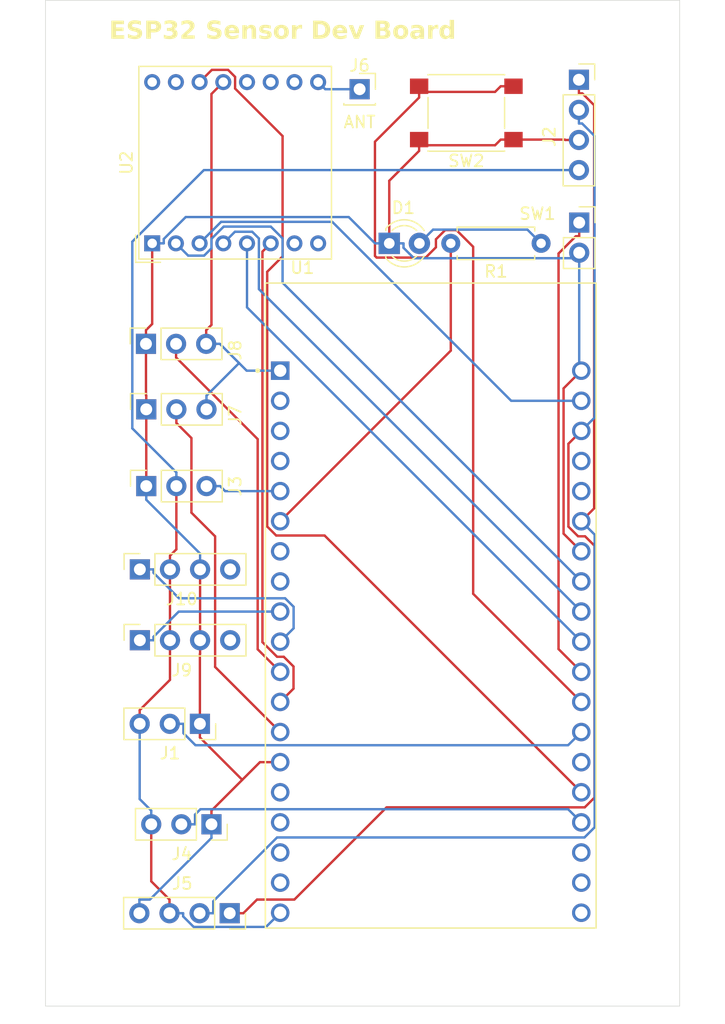
<source format=kicad_pcb>
(kicad_pcb (version 20240108) (generator "pcbnew") (generator_version "8.0")
  (layers (0 "F.Cu" signal) (31 "B.Cu" signal) (34 "B.Paste" user) (35 "F.Paste" user) (36 "B.SilkS" user "B.Silkscreen") (37 "F.SilkS" user "F.Silkscreen") (38 "B.Mask" user) (39 "F.Mask" user) (44 "Edge.Cuts" user))
  (net 0 "")
  (net 1 "/IO12")
  (net 2 "/IO4")
  (net 4 "+5V")
  (net 7 "GND")
  (net 8 "/IO27")
  (net 13 "/SDA")
  (net 15 "Net-(U1-IO16)")
  (net 16 "/SCL")
  (net 18 "/IO34")
  (net 22 "Net-(SW1-A)")
  (net 24 "Net-(U1-IO35)")
  (net 26 "/IO25")
  (net 29 "Net-(D1-A)")
  (net 37 "/IO15")
  (net 38 "Net-(J6-Pin_1)")
  (net 39 "Net-(U1-IO5)")
  (net 40 "Net-(U1-IO14)")
  (net 41 "+3.3V")
  (net 42 "Net-(U1-IO18)")
  (net 43 "Net-(U1-IO23)")
  (net 44 "Net-(U1-IO19)")
  (net 45 "Net-(U1-IO2)")
  (net 46 "/IO26")
  (footprint "Connector_PinSocket_2.54mm:PinSocket_1x03_P2.54mm_Vertical" (layer "F.Cu") (at 61.5 85.5 -90)
    (property "Reference" "J4" (at 2.5 2.5 180) (layer "F.SilkS"))
    (property "Value" "5V Sensor Header")
    (fp_line (start -1.33 6.41) (end 1.33 6.41) (stroke (width 0.12)) (layer "F.SilkS"))
    (fp_line (start -1.33 1.27) (end -1.33 6.41) (stroke (width 0.12)) (layer "F.SilkS"))
    (fp_line (start -1.33 1.27) (end 1.33 1.27) (stroke (width 0.12)) (layer "F.SilkS"))
    (fp_line (start 1.33 1.27) (end 1.33 6.41) (stroke (width 0.12)) (layer "F.SilkS"))
    (fp_line (start 0 -1.33) (end 1.33 -1.33) (stroke (width 0.12)) (layer "F.SilkS"))
    (fp_line (start 1.33 -1.33) (end 1.33 0) (stroke (width 0.12)) (layer "F.SilkS"))
    (pad "1" thru_hole rect (at 0 0 270) (size 1.7 1.7) (drill 1) (layers "*.Cu" "*.Mask") (net 7 "GND"))
    (pad "2" thru_hole oval (at 0 2.54 270) (size 1.7 1.7) (drill 1) (layers "*.Cu" "*.Mask") (net 37 "/IO15"))
    (pad "3" thru_hole oval (at 0 5.08 270) (size 1.7 1.7) (drill 1) (layers "*.Cu" "*.Mask") (net 4 "+5V"))
  )
  (footprint "MountingHole:MountingHole_3mm" (layer "F.Cu") (at 97.5 19.5)
    (property "Reference" "REF**" (hide yes))
    (property "Value" "MountingHole_3mm")
    (pad "" np_thru_hole circle (at 0 0) (size 3 3) (drill 3) (layers "*.Cu" "*.Mask"))
  )
  (footprint "Connector_PinSocket_2.54mm:PinSocket_1x04_P2.54mm_Vertical" (layer "F.Cu") (at 55.46 64 90)
    (property "Reference" "J10" (at -2.5 3.54 0) (layer "F.SilkS"))
    (property "Value" "5V Sensor Header")
    (fp_line (start 1.33 -1.33) (end 1.33 0) (stroke (width 0.12)) (layer "F.SilkS"))
    (fp_line (start 0 -1.33) (end 1.33 -1.33) (stroke (width 0.12)) (layer "F.SilkS"))
    (fp_line (start 1.33 1.27) (end 1.33 8.95) (stroke (width 0.12)) (layer "F.SilkS"))
    (fp_line (start -1.33 1.27) (end 1.33 1.27) (stroke (width 0.12)) (layer "F.SilkS"))
    (fp_line (start -1.33 1.27) (end -1.33 8.95) (stroke (width 0.12)) (layer "F.SilkS"))
    (fp_line (start -1.33 8.95) (end 1.33 8.95) (stroke (width 0.12)) (layer "F.SilkS"))
    (pad "1" thru_hole rect (at 0 0 90) (size 1.7 1.7) (drill 1) (layers "*.Cu" "*.Mask") (net 46 "/IO26"))
    (pad "2" thru_hole oval (at 0 2.54 90) (size 1.7 1.7) (drill 1) (layers "*.Cu" "*.Mask") (net 4 "+5V"))
    (pad "3" thru_hole oval (at 0 5.08 90) (size 1.7 1.7) (drill 1) (layers "*.Cu" "*.Mask") (net 7 "GND"))
    (pad "4" thru_hole oval (at 0 7.62 90) (size 1.7 1.7) (drill 1) (layers "*.Cu" "*.Mask"))
  )
  (footprint "Connector_PinSocket_2.54mm:PinSocket_1x02_P2.54mm_Vertical" (layer "F.Cu") (at 92.525 34.75)
    (property "Reference" "SW1" (at -3.525 -0.75 180) (layer "F.SilkS"))
    (property "Value" "SW_Push_Open")
    (fp_line (start -1.33 1.27) (end -1.33 3.87) (stroke (width 0.12)) (layer "F.SilkS"))
    (fp_line (start -1.33 1.27) (end 1.33 1.27) (stroke (width 0.12)) (layer "F.SilkS"))
    (fp_line (start -1.33 3.87) (end 1.33 3.87) (stroke (width 0.12)) (layer "F.SilkS"))
    (fp_line (start 0 -1.33) (end 1.33 -1.33) (stroke (width 0.12)) (layer "F.SilkS"))
    (fp_line (start 1.33 -1.33) (end 1.33 0) (stroke (width 0.12)) (layer "F.SilkS"))
    (fp_line (start 1.33 1.27) (end 1.33 3.87) (stroke (width 0.12)) (layer "F.SilkS"))
    (pad "1" thru_hole rect (at 0 0) (size 1.7 1.7) (drill 1) (layers "*.Cu" "*.Mask") (net 22 "Net-(SW1-A)"))
    (pad "2" thru_hole oval (at 0 2.54) (size 1.7 1.7) (drill 1) (layers "*.Cu" "*.Mask") (net 7 "GND"))
  )
  (footprint "Connector_PinSocket_2.54mm:PinSocket_1x03_P2.54mm_Vertical" (layer "F.Cu") (at 56 56.975 90)
    (property "Reference" "J3" (at 0 7.5 -90) (layer "F.SilkS"))
    (property "Value" "Servo Motor Header")
    (fp_line (start 1.33 -1.33) (end 1.33 0) (stroke (width 0.12)) (layer "F.SilkS"))
    (fp_line (start 0 -1.33) (end 1.33 -1.33) (stroke (width 0.12)) (layer "F.SilkS"))
    (fp_line (start 1.33 1.27) (end 1.33 6.41) (stroke (width 0.12)) (layer "F.SilkS"))
    (fp_line (start -1.33 1.27) (end 1.33 1.27) (stroke (width 0.12)) (layer "F.SilkS"))
    (fp_line (start -1.33 1.27) (end -1.33 6.41) (stroke (width 0.12)) (layer "F.SilkS"))
    (fp_line (start -1.33 6.41) (end 1.33 6.41) (stroke (width 0.12)) (layer "F.SilkS"))
    (pad "1" thru_hole rect (at 0 0 90) (size 1.7 1.7) (drill 1) (layers "*.Cu" "*.Mask") (net 7 "GND"))
    (pad "2" thru_hole oval (at 0 2.54 90) (size 1.7 1.7) (drill 1) (layers "*.Cu" "*.Mask") (net 4 "+5V"))
    (pad "3" thru_hole oval (at 0 5.08 90) (size 1.7 1.7) (drill 1) (layers "*.Cu" "*.Mask") (net 18 "/IO34"))
  )
  (footprint "RF_Module:HOPERF_RFM9XW_THT" (layer "F.Cu") (at 56.5 36.5 90)
    (property "Reference" "U2" (at 6.8 -2.17 -90) (layer "F.SilkS"))
    (property "Value" "RFM95W-868S2")
    (fp_line (start -1.6 -1.4) (end 0.7 -1.4) (stroke (width 0.12)) (layer "F.SilkS"))
    (fp_line (start 14.925 -1.125) (end 14.925 15.125) (stroke (width 0.12)) (layer "F.SilkS"))
    (fp_line (start -1.325 -1.125) (end 14.925 -1.125) (stroke (width 0.12)) (layer "F.SilkS"))
    (fp_line (start -1.6 0.7) (end -1.6 -1.4) (stroke (width 0.12)) (layer "F.SilkS"))
    (fp_line (start 14.925 15.125) (end -1.325 15.125) (stroke (width 0.12)) (layer "F.SilkS"))
    (fp_line (start -1.325 15.125) (end -1.325 -1.125) (stroke (width 0.12)) (layer "F.SilkS"))
    (pad "1" thru_hole rect (at 0 0 90) (size 1.35 1.35) (drill 0.8) (layers "*.Cu" "*.Mask") (net 7 "GND"))
    (pad "2" thru_hole circle (at 0 2 90) (size 1.35 1.35) (drill 0.8) (layers "*.Cu" "*.Mask") (net 44 "Net-(U1-IO19)"))
    (pad "3" thru_hole circle (at 0 4 90) (size 1.35 1.35) (drill 0.8) (layers "*.Cu" "*.Mask") (net 43 "Net-(U1-IO23)"))
    (pad "4" thru_hole circle (at 0 6 90) (size 1.35 1.35) (drill 0.8) (layers "*.Cu" "*.Mask") (net 42 "Net-(U1-IO18)"))
    (pad "5" thru_hole circle (at 0 8 90) (size 1.35 1.35) (drill 0.8) (layers "*.Cu" "*.Mask") (net 39 "Net-(U1-IO5)"))
    (pad "6" thru_hole circle (at 0 10 90) (size 1.35 1.35) (drill 0.8) (layers "*.Cu" "*.Mask") (net 40 "Net-(U1-IO14)"))
    (pad "7" thru_hole circle (at 0 12 90) (size 1.35 1.35) (drill 0.8) (layers "*.Cu" "*.Mask"))
    (pad "8" thru_hole circle (at 0 14 90) (size 1.35 1.35) (drill 0.8) (layers "*.Cu" "*.Mask"))
    (pad "9" thru_hole circle (at 13.6 14 90) (size 1.35 1.35) (drill 0.8) (layers "*.Cu" "*.Mask") (net 38 "Net-(J6-Pin_1)"))
    (pad "10" thru_hole circle (at 13.6 12 90) (size 1.35 1.35) (drill 0.8) (layers "*.Cu" "*.Mask"))
    (pad "11" thru_hole circle (at 13.6 10 90) (size 1.35 1.35) (drill 0.8) (layers "*.Cu" "*.Mask"))
    (pad "12" thru_hole circle (at 13.6 8 90) (size 1.35 1.35) (drill 0.8) (layers "*.Cu" "*.Mask"))
    (pad "13" thru_hole circle (at 13.6 6 90) (size 1.35 1.35) (drill 0.8) (layers "*.Cu" "*.Mask") (net 41 "+3.3V"))
    (pad "14" thru_hole circle (at 13.6 4 90) (size 1.35 1.35) (drill 0.8) (layers "*.Cu" "*.Mask") (net 45 "Net-(U1-IO2)"))
    (pad "15" thru_hole circle (at 13.6 2 90) (size 1.35 1.35) (drill 0.8) (layers "*.Cu" "*.Mask"))
    (pad "16" thru_hole circle (at 13.6 0 90) (size 1.35 1.35) (drill 0.8) (layers "*.Cu" "*.Mask"))
  )
  (footprint "Connector_PinSocket_2.54mm:PinSocket_1x04_P2.54mm_Vertical" (layer "F.Cu") (at 63.04 93 -90)
    (property "Reference" "J5" (at -2.5 4 180) (layer "F.SilkS"))
    (property "Value" "I2C Header")
    (fp_line (start -1.33 8.95) (end 1.33 8.95) (stroke (width 0.12)) (layer "F.SilkS"))
    (fp_line (start -1.33 1.27) (end -1.33 8.95) (stroke (width 0.12)) (layer "F.SilkS"))
    (fp_line (start -1.33 1.27) (end 1.33 1.27) (stroke (width 0.12)) (layer "F.SilkS"))
    (fp_line (start 1.33 1.27) (end 1.33 8.95) (stroke (width 0.12)) (layer "F.SilkS"))
    (fp_line (start 0 -1.33) (end 1.33 -1.33) (stroke (width 0.12)) (layer "F.SilkS"))
    (fp_line (start 1.33 -1.33) (end 1.33 0) (stroke (width 0.12)) (layer "F.SilkS"))
    (pad "1" thru_hole rect (at 0 0 270) (size 1.7 1.7) (drill 1) (layers "*.Cu" "*.Mask") (net 16 "/SCL"))
    (pad "2" thru_hole oval (at 0 2.54 270) (size 1.7 1.7) (drill 1) (layers "*.Cu" "*.Mask") (net 13 "/SDA"))
    (pad "3" thru_hole oval (at 0 5.08 270) (size 1.7 1.7) (drill 1) (layers "*.Cu" "*.Mask") (net 4 "+5V"))
    (pad "4" thru_hole oval (at 0 7.62 270) (size 1.7 1.7) (drill 1) (layers "*.Cu" "*.Mask") (net 7 "GND"))
  )
  (footprint "Connector_PinSocket_2.54mm:PinSocket_1x03_P2.54mm_Vertical" (layer "F.Cu") (at 60.525 77.025 -90)
    (property "Reference" "J1" (at 2.475 2.525 180) (layer "F.SilkS"))
    (property "Value" "5V Sensor Header" (hide yes))
    (fp_line (start -1.33 6.41) (end 1.33 6.41) (stroke (width 0.12)) (layer "F.SilkS"))
    (fp_line (start -1.33 1.27) (end -1.33 6.41) (stroke (width 0.12)) (layer "F.SilkS"))
    (fp_line (start -1.33 1.27) (end 1.33 1.27) (stroke (width 0.12)) (layer "F.SilkS"))
    (fp_line (start 1.33 1.27) (end 1.33 6.41) (stroke (width 0.12)) (layer "F.SilkS"))
    (fp_line (start 0 -1.33) (end 1.33 -1.33) (stroke (width 0.12)) (layer "F.SilkS"))
    (fp_line (start 1.33 -1.33) (end 1.33 0) (stroke (width 0.12)) (layer "F.SilkS"))
    (pad "1" thru_hole rect (at 0 0 270) (size 1.7 1.7) (drill 1) (layers "*.Cu" "*.Mask") (net 7 "GND"))
    (pad "2" thru_hole oval (at 0 2.54 270) (size 1.7 1.7) (drill 1) (layers "*.Cu" "*.Mask") (net 2 "/IO4"))
    (pad "3" thru_hole oval (at 0 5.08 270) (size 1.7 1.7) (drill 1) (layers "*.Cu" "*.Mask") (net 4 "+5V"))
  )
  (footprint "Connector_PinSocket_2.54mm:PinSocket_1x03_P2.54mm_Vertical" (layer "F.Cu") (at 55.975 44.975 90)
    (property "Reference" "J8" (at -0.525 7.525 -90) (layer "F.SilkS"))
    (property "Value" "3.3V Sensor Header")
    (fp_line (start 1.33 -1.33) (end 1.33 0) (stroke (width 0.12)) (layer "F.SilkS"))
    (fp_line (start 0 -1.33) (end 1.33 -1.33) (stroke (width 0.12)) (layer "F.SilkS"))
    (fp_line (start 1.33 1.27) (end 1.33 6.41) (stroke (width 0.12)) (layer "F.SilkS"))
    (fp_line (start -1.33 1.27) (end 1.33 1.27) (stroke (width 0.12)) (layer "F.SilkS"))
    (fp_line (start -1.33 1.27) (end -1.33 6.41) (stroke (width 0.12)) (layer "F.SilkS"))
    (fp_line (start -1.33 6.41) (end 1.33 6.41) (stroke (width 0.12)) (layer "F.SilkS"))
    (pad "1" thru_hole rect (at 0 0 90) (size 1.7 1.7) (drill 1) (layers "*.Cu" "*.Mask") (net 7 "GND"))
    (pad "2" thru_hole oval (at 0 2.54 90) (size 1.7 1.7) (drill 1) (layers "*.Cu" "*.Mask") (net 8 "/IO27"))
    (pad "3" thru_hole oval (at 0 5.08 90) (size 1.7 1.7) (drill 1) (layers "*.Cu" "*.Mask") (net 41 "+3.3V"))
  )
  (footprint "MountingHole:MountingHole_3mm" (layer "F.Cu") (at 51 19.5)
    (property "Reference" "REF**" (hide yes))
    (property "Value" "MountingHole_3mm")
    (pad "" np_thru_hole circle (at 0 0) (size 3 3) (drill 3) (layers "F&B.Cu" "*.Mask"))
  )
  (footprint "LED_THT:LED_D3.0mm" (layer "F.Cu") (at 76.5 36.5)
    (property "Reference" "D1" (at 1.19 -3 0) (layer "F.SilkS"))
    (property "Value" "LED")
    (fp_line (start -0.29 -1.236) (end -0.29 -1.08) (stroke (width 0.12)) (layer "F.SilkS"))
    (fp_line (start -0.29 1.08) (end -0.29 1.236) (stroke (width 0.12)) (layer "F.SilkS"))
    (fp_arc (start -0.29 -1.235516) (mid 1.366487 -1.987659) (end 2.942335 -1.078608) (stroke (width 0.12)) (layer "F.SilkS"))
    (fp_arc (start 0.229039 -1.08) (mid 1.270117 -1.5) (end 2.31113 -1.079837) (stroke (width 0.12)) (layer "F.SilkS"))
    (fp_arc (start 2.31113 1.079837) (mid 1.270117 1.5) (end 0.229039 1.08) (stroke (width 0.12)) (layer "F.SilkS"))
    (fp_arc (start 2.942335 1.078608) (mid 1.366487 1.987659) (end -0.29 1.235516) (stroke (width 0.12)) (layer "F.SilkS"))
    (pad "1" thru_hole rect (at 0 0) (size 1.8 1.8) (drill 0.9) (layers "*.Cu" "*.Mask") (net 7 "GND"))
    (pad "2" thru_hole circle (at 2.54 0) (size 1.8 1.8) (drill 0.9) (layers "*.Cu" "*.Mask") (net 29 "Net-(D1-A)"))
  )
  (footprint "MountingHole:MountingHole_3mm" (layer "F.Cu") (at 97.5 97.5)
    (property "Reference" "REF**" (hide yes))
    (property "Value" "MountingHole_3mm")
    (pad "" np_thru_hole circle (at 0 0) (size 3 3) (drill 3) (layers "F&B.Cu" "*.Mask"))
  )
  (footprint "Button_Switch_SMD:SW_SPST_PTS645" (layer "F.Cu") (at 83 25.5 180)
    (property "Reference" "SW2" (at 0 -4.05 180) (layer "F.SilkS"))
    (property "Value" "SW_Push_Open_Dual")
    (fp_line (start 3.23 3.23) (end 3.23 3.2) (stroke (width 0.12)) (layer "F.SilkS"))
    (fp_line (start 3.23 -1.3) (end 3.23 1.3) (stroke (width 0.12)) (layer "F.SilkS"))
    (fp_line (start 3.23 -3.23) (end 3.23 -3.2) (stroke (width 0.12)) (layer "F.SilkS"))
    (fp_line (start -3.23 3.23) (end 3.23 3.23) (stroke (width 0.12)) (layer "F.SilkS"))
    (fp_line (start -3.23 3.23) (end -3.23 3.2) (stroke (width 0.12)) (layer "F.SilkS"))
    (fp_line (start -3.23 -1.3) (end -3.23 1.3) (stroke (width 0.12)) (layer "F.SilkS"))
    (fp_line (start -3.23 -3.2) (end -3.23 -3.23) (stroke (width 0.12)) (layer "F.SilkS"))
    (fp_line (start -3.23 -3.23) (end 3.23 -3.23) (stroke (width 0.12)) (layer "F.SilkS"))
    (pad "1" smd rect (at -3.98 -2.25 180) (size 1.55 1.3) (layers "F.Cu" "F.Paste" "F.Mask") (net 7 "GND"))
    (pad "1" smd rect (at 3.98 -2.25 180) (size 1.55 1.3) (layers "F.Cu" "F.Paste" "F.Mask") (net 7 "GND"))
    (pad "2" smd rect (at -3.98 2.25 180) (size 1.55 1.3) (layers "F.Cu" "F.Paste" "F.Mask") (net 15 "Net-(U1-IO16)"))
    (pad "2" smd rect (at 3.98 2.25 180) (size 1.55 1.3) (layers "F.Cu" "F.Paste" "F.Mask") (net 15 "Net-(U1-IO16)"))
  )
  (footprint "Connector_PinSocket_2.54mm:PinSocket_1x01_P2.54mm_Vertical" (layer "F.Cu") (at 74 23.5)
    (property "Reference" "J6" (at 0 -2 0) (layer "F.SilkS"))
    (property "Value" "ANT" (at 0 2.77 0) (layer "F.SilkS"))
    (fp_line (start -1.33 1.21) (end -1.33 1.33) (stroke (width 0.12)) (layer "F.SilkS"))
    (fp_line (start -1.33 1.33) (end 1.33 1.33) (stroke (width 0.12)) (layer "F.SilkS"))
    (fp_line (start 0 -1.33) (end 1.33 -1.33) (stroke (width 0.12)) (layer "F.SilkS"))
    (fp_line (start 1.33 -1.33) (end 1.33 0) (stroke (width 0.12)) (layer "F.SilkS"))
    (fp_line (start 1.33 1.21) (end 1.33 1.33) (stroke (width 0.12)) (layer "F.SilkS"))
    (pad "1" thru_hole rect (at 0 0) (size 1.7 1.7) (drill 1) (layers "*.Cu" "*.Mask") (net 38 "Net-(J6-Pin_1)"))
  )
  (footprint "Connector_PinSocket_2.54mm:PinSocket_1x04_P2.54mm_Vertical" (layer "F.Cu") (at 55.46 69.975 90)
    (property "Reference" "J9" (at -2.525 3.54 0) (layer "F.SilkS"))
    (property "Value" "5V Sensor Header")
    (fp_line (start 1.33 -1.33) (end 1.33 0) (stroke (width 0.12)) (layer "F.SilkS"))
    (fp_line (start 0 -1.33) (end 1.33 -1.33) (stroke (width 0.12)) (layer "F.SilkS"))
    (fp_line (start 1.33 1.27) (end 1.33 8.95) (stroke (width 0.12)) (layer "F.SilkS"))
    (fp_line (start -1.33 1.27) (end 1.33 1.27) (stroke (width 0.12)) (layer "F.SilkS"))
    (fp_line (start -1.33 1.27) (end -1.33 8.95) (stroke (width 0.12)) (layer "F.SilkS"))
    (fp_line (start -1.33 8.95) (end 1.33 8.95) (stroke (width 0.12)) (layer "F.SilkS"))
    (pad "1" thru_hole rect (at 0 0 90) (size 1.7 1.7) (drill 1) (layers "*.Cu" "*.Mask") (net 26 "/IO25"))
    (pad "2" thru_hole oval (at 0 2.54 90) (size 1.7 1.7) (drill 1) (layers "*.Cu" "*.Mask") (net 4 "+5V"))
    (pad "3" thru_hole oval (at 0 5.08 90) (size 1.7 1.7) (drill 1) (layers "*.Cu" "*.Mask") (net 7 "GND"))
    (pad "4" thru_hole oval (at 0 7.62 90) (size 1.7 1.7) (drill 1) (layers "*.Cu" "*.Mask"))
  )
  (footprint "ESP32:MODULE_ESP32-DEVKITC-32D" (layer "F.Cu") (at 80 67)
    (property "Reference" "U1" (at -10.829175 -28.446045 0) (layer "F.SilkS") (effects (font (size 1.000386 1.000386))))
    (property "Value" "ESP32-DEVKITC-32D")
    (fp_line (start -13.95 -27.15) (end 13.95 -27.15) (stroke (width 0.127)) (layer "F.SilkS"))
    (fp_line (start -13.95 27.25) (end -13.95 -27.15) (stroke (width 0.127)) (layer "F.SilkS"))
    (fp_line (start 13.95 -27.15) (end 13.95 27.25) (stroke (width 0.127)) (layer "F.SilkS"))
    (fp_line (start 13.95 27.25) (end -13.95 27.25) (stroke (width 0.127)) (layer "F.SilkS"))
    (fp_circle (center -14.6 -19.76) (end -14.5 -19.76) (stroke (width 0.2)) (fill none) (layer "F.SilkS"))
    (pad "J2-1" thru_hole rect (at -12.7 -19.76) (size 1.56 1.56) (drill 1.04) (layers "*.Cu" "*.Mask") (net 41 "+3.3V"))
    (pad "J2-2" thru_hole circle (at -12.7 -17.22) (size 1.56 1.56) (drill 1.04) (layers "*.Cu" "*.Mask"))
    (pad "J2-3" thru_hole circle (at -12.7 -14.68) (size 1.56 1.56) (drill 1.04) (layers "*.Cu" "*.Mask"))
    (pad "J2-4" thru_hole circle (at -12.7 -12.14) (size 1.56 1.56) (drill 1.04) (layers "*.Cu" "*.Mask"))
    (pad "J2-5" thru_hole circle (at -12.7 -9.6) (size 1.56 1.56) (drill 1.04) (layers "*.Cu" "*.Mask") (net 18 "/IO34"))
    (pad "J2-6" thru_hole circle (at -12.7 -7.06) (size 1.56 1.56) (drill 1.04) (layers "*.Cu" "*.Mask") (net 24 "Net-(U1-IO35)"))
    (pad "J2-7" thru_hole circle (at -12.7 -4.52) (size 1.56 1.56) (drill 1.04) (layers "*.Cu" "*.Mask"))
    (pad "J2-8" thru_hole circle (at -12.7 -1.98) (size 1.56 1.56) (drill 1.04) (layers "*.Cu" "*.Mask"))
    (pad "J2-9" thru_hole circle (at -12.7 0.56) (size 1.56 1.56) (drill 1.04) (layers "*.Cu" "*.Mask") (net 26 "/IO25"))
    (pad "J2-10" thru_hole circle (at -12.7 3.1) (size 1.56 1.56) (drill 1.04) (layers "*.Cu" "*.Mask") (net 46 "/IO26"))
    (pad "J2-11" thru_hole circle (at -12.7 5.64) (size 1.56 1.56) (drill 1.04) (layers "*.Cu" "*.Mask") (net 8 "/IO27"))
    (pad "J2-12" thru_hole circle (at -12.7 8.18) (size 1.56 1.56) (drill 1.04) (layers "*.Cu" "*.Mask") (net 40 "Net-(U1-IO14)"))
    (pad "J2-13" thru_hole circle (at -12.7 10.72) (size 1.56 1.56) (drill 1.04) (layers "*.Cu" "*.Mask") (net 1 "/IO12"))
    (pad "J2-14" thru_hole circle (at -12.7 13.26) (size 1.56 1.56) (drill 1.04) (layers "*.Cu" "*.Mask") (net 7 "GND"))
    (pad "J2-15" thru_hole circle (at -12.7 15.8) (size 1.56 1.56) (drill 1.04) (layers "*.Cu" "*.Mask"))
    (pad "J2-16" thru_hole circle (at -12.7 18.34) (size 1.56 1.56) (drill 1.04) (layers "*.Cu" "*.Mask"))
    (pad "J2-17" thru_hole circle (at -12.7 20.88) (size 1.56 1.56) (drill 1.04) (layers "*.Cu" "*.Mask"))
    (pad "J2-18" thru_hole circle (at -12.7 23.42) (size 1.56 1.56) (drill 1.04) (layers "*.Cu" "*.Mask"))
    (pad "J2-19" thru_hole circle (at -12.7 25.96) (size 1.56 1.56) (drill 1.04) (layers "*.Cu" "*.Mask") (net 4 "+5V"))
    (pad "J3-1" thru_hole circle (at 12.7 -19.76) (size 1.56 1.56) (drill 1.04) (layers "*.Cu" "*.Mask") (net 7 "GND"))
    (pad "J3-2" thru_hole circle (at 12.7 -17.22) (size 1.56 1.56) (drill 1.04) (layers "*.Cu" "*.Mask") (net 43 "Net-(U1-IO23)"))
    (pad "J3-3" thru_hole circle (at 12.7 -14.68) (size 1.56 1.56) (drill 1.04) (layers "*.Cu" "*.Mask") (net 16 "/SCL"))
    (pad "J3-4" thru_hole circle (at 12.7 -12.14) (size 1.56 1.56) (drill 1.04) (layers "*.Cu" "*.Mask"))
    (pad "J3-5" thru_hole circle (at 12.7 -9.6) (size 1.56 1.56) (drill 1.04) (layers "*.Cu" "*.Mask"))
    (pad "J3-6" thru_hole circle (at 12.7 -7.06) (size 1.56 1.56) (drill 1.04) (layers "*.Cu" "*.Mask") (net 13 "/SDA"))
    (pad "J3-7" thru_hole circle (at 12.7 -4.52) (size 1.56 1.56) (drill 1.04) (layers "*.Cu" "*.Mask") (net 7 "GND"))
    (pad "J3-8" thru_hole circle (at 12.7 -1.98) (size 1.56 1.56) (drill 1.04) (layers "*.Cu" "*.Mask") (net 44 "Net-(U1-IO19)"))
    (pad "J3-9" thru_hole circle (at 12.7 0.56) (size 1.56 1.56) (drill 1.04) (layers "*.Cu" "*.Mask") (net 42 "Net-(U1-IO18)"))
    (pad "J3-10" thru_hole circle (at 12.7 3.1) (size 1.56 1.56) (drill 1.04) (layers "*.Cu" "*.Mask") (net 39 "Net-(U1-IO5)"))
    (pad "J3-11" thru_hole circle (at 12.7 5.64) (size 1.56 1.56) (drill 1.04) (layers "*.Cu" "*.Mask") (net 22 "Net-(SW1-A)"))
    (pad "J3-12" thru_hole circle (at 12.7 8.18) (size 1.56 1.56) (drill 1.04) (layers "*.Cu" "*.Mask") (net 15 "Net-(U1-IO16)"))
    (pad "J3-13" thru_hole circle (at 12.7 10.72) (size 1.56 1.56) (drill 1.04) (layers "*.Cu" "*.Mask") (net 2 "/IO4"))
    (pad "J3-14" thru_hole circle (at 12.7 13.26) (size 1.56 1.56) (drill 1.04) (layers "*.Cu" "*.Mask"))
    (pad "J3-15" thru_hole circle (at 12.7 15.8) (size 1.56 1.56) (drill 1.04) (layers "*.Cu" "*.Mask") (net 45 "Net-(U1-IO2)"))
    (pad "J3-16" thru_hole circle (at 12.7 18.34) (size 1.56 1.56) (drill 1.04) (layers "*.Cu" "*.Mask") (net 37 "/IO15"))
    (pad "J3-17" thru_hole circle (at 12.7 20.88) (size 1.56 1.56) (drill 1.04) (layers "*.Cu" "*.Mask"))
    (pad "J3-18" thru_hole circle (at 12.7 23.42) (size 1.56 1.56) (drill 1.04) (layers "*.Cu" "*.Mask"))
    (pad "J3-19" thru_hole circle (at 12.7 25.96) (size 1.56 1.56) (drill 1.04) (layers "*.Cu" "*.Mask"))
  )
  (footprint "Connector_PinSocket_2.54mm:PinSocket_1x03_P2.54mm_Vertical" (layer "F.Cu") (at 56 50.5 90)
    (property "Reference" "J7" (at -0.5 7.5 -90) (layer "F.SilkS"))
    (property "Value" "3.3V Sensor Header")
    (fp_line (start 1.33 -1.33) (end 1.33 0) (stroke (width 0.12)) (layer "F.SilkS"))
    (fp_line (start 0 -1.33) (end 1.33 -1.33) (stroke (width 0.12)) (layer "F.SilkS"))
    (fp_line (start 1.33 1.27) (end 1.33 6.41) (stroke (width 0.12)) (layer "F.SilkS"))
    (fp_line (start -1.33 1.27) (end 1.33 1.27) (stroke (width 0.12)) (layer "F.SilkS"))
    (fp_line (start -1.33 1.27) (end -1.33 6.41) (stroke (width 0.12)) (layer "F.SilkS"))
    (fp_line (start -1.33 6.41) (end 1.33 6.41) (stroke (width 0.12)) (layer "F.SilkS"))
    (pad "1" thru_hole rect (at 0 0 90) (size 1.7 1.7) (drill 1) (layers "*.Cu" "*.Mask") (net 7 "GND"))
    (pad "2" thru_hole oval (at 0 2.54 90) (size 1.7 1.7) (drill 1) (layers "*.Cu" "*.Mask") (net 1 "/IO12"))
    (pad "3" thru_hole oval (at 0 5.08 90) (size 1.7 1.7) (drill 1) (layers "*.Cu" "*.Mask") (net 41 "+3.3V"))
  )
  (footprint "MountingHole:MountingHole_3mm" (layer "F.Cu") (at 51 97.5)
    (property "Reference" "REF**" (hide yes))
    (property "Value" "MountingHole_3mm")
    (pad "" np_thru_hole circle (at 0 0) (size 3 3) (drill 3) (layers "F&B.Cu" "*.Mask"))
  )
  (footprint "Resistor_THT:R_Axial_DIN0207_L6.3mm_D2.5mm_P7.62mm_Horizontal" (layer "F.Cu") (at 89.31 36.5 180)
    (property "Reference" "R1" (at 3.81 -2.37 180) (layer "F.SilkS"))
    (property "Value" "R145")
    (fp_line (start 7.08 1.37) (end 7.08 1.04) (stroke (width 0.12)) (layer "F.SilkS"))
    (fp_line (start 7.08 -1.37) (end 7.08 -1.04) (stroke (width 0.12)) (layer "F.SilkS"))
    (fp_line (start 0.54 1.37) (end 7.08 1.37) (stroke (width 0.12)) (layer "F.SilkS"))
    (fp_line (start 0.54 1.04) (end 0.54 1.37) (stroke (width 0.12)) (layer "F.SilkS"))
    (fp_line (start 0.54 -1.04) (end 0.54 -1.37) (stroke (width 0.12)) (layer "F.SilkS"))
    (fp_line (start 0.54 -1.37) (end 7.08 -1.37) (stroke (width 0.12)) (layer "F.SilkS"))
    (pad "1" thru_hole circle (at 0 0 180) (size 1.6 1.6) (drill 0.8) (layers "*.Cu" "*.Mask") (net 29 "Net-(D1-A)"))
    (pad "2" thru_hole oval (at 7.62 0 180) (size 1.6 1.6) (drill 0.8) (layers "*.Cu" "*.Mask") (net 24 "Net-(U1-IO35)"))
  )
  (footprint "Connector_PinSocket_2.54mm:PinSocket_1x04_P2.54mm_Vertical" (layer "F.Cu") (at 92.5 22.7)
    (property "Reference" "J2" (at -2.5 4.8 90) (layer "F.SilkS"))
    (property "Value" "I2C Header")
    (fp_line (start -1.33 1.27) (end -1.33 8.95) (stroke (width 0.12)) (layer "F.SilkS"))
    (fp_line (start -1.33 1.27) (end 1.33 1.27) (stroke (width 0.12)) (layer "F.SilkS"))
    (fp_line (start -1.33 8.95) (end 1.33 8.95) (stroke (width 0.12)) (layer "F.SilkS"))
    (fp_line (start 0 -1.33) (end 1.33 -1.33) (stroke (width 0.12)) (layer "F.SilkS"))
    (fp_line (start 1.33 -1.33) (end 1.33 0) (stroke (width 0.12)) (layer "F.SilkS"))
    (fp_line (start 1.33 1.27) (end 1.33 8.95) (stroke (width 0.12)) (layer "F.SilkS"))
    (pad "1" thru_hole rect (at 0 0) (size 1.7 1.7) (drill 1) (layers "*.Cu" "*.Mask") (net 13 "/SDA"))
    (pad "2" thru_hole oval (at 0 2.54) (size 1.7 1.7) (drill 1) (layers "*.Cu" "*.Mask") (net 16 "/SCL"))
    (pad "3" thru_hole oval (at 0 5.08) (size 1.7 1.7) (drill 1) (layers "*.Cu" "*.Mask") (net 7 "GND"))
    (pad "4" thru_hole oval (at 0 7.62) (size 1.7 1.7) (drill 1) (layers "*.Cu" "*.Mask") (net 4 "+5V"))
  )
  (gr_rect (start 47.5 16) (end 101 100.835) (stroke (width 0.05)) (fill none) (layer "Edge.Cuts"))
  (gr_text "ESP32 Sensor Dev Board\n" (at 67.5 19.5 0) (layer "F.SilkS") (effects (font (size 1.5 1.5) (thickness 0.3) (bold yes)) (justify bottom)))
  (segment (start 61.81 72.23) (end 61.81 61.2148) (width 0.2) (layer "F.Cu") (net 1))
  (segment (start 59.81 59.2148) (end 59.81 52.9217) (width 0.2) (layer "F.Cu") (net 1))
  (segment (start 61.81 61.2148) (end 59.81 59.2148) (width 0.2) (layer "F.Cu") (net 1))
  (segment (start 67.3 77.72) (end 61.81 72.23) (width 0.2) (layer "F.Cu") (net 1))
  (segment (start 58.54 50.5) (end 58.54 51.6517) (width 0.2) (layer "F.Cu") (net 1))
  (segment (start 59.81 52.9217) (end 58.54 51.6517) (width 0.2) (layer "F.Cu") (net 1))
  (segment (start 57.985 77.025) (end 59.1367 77.025) (width 0.2) (layer "B.Cu") (net 2))
  (segment (start 91.5888 78.8312) (end 92.7 77.72) (width 0.2) (layer "B.Cu") (net 2))
  (segment (start 59.1367 77.8168) (end 60.1511 78.8312) (width 0.2) (layer "B.Cu") (net 2))
  (segment (start 59.1367 77.025) (end 59.1367 77.8168) (width 0.2) (layer "B.Cu") (net 2))
  (segment (start 60.1511 78.8312) (end 91.5888 78.8312) (width 0.2) (layer "B.Cu") (net 2))
  (segment (start 58 73.3183) (end 58 69.975) (width 0.2) (layer "F.Cu") (net 4))
  (segment (start 55.445 75.8733) (end 58 73.3183) (width 0.2) (layer "F.Cu") (net 4))
  (segment (start 58 64) (end 58 62.8483) (width 0.2) (layer "F.Cu") (net 4))
  (segment (start 58 69.975) (end 58 64) (width 0.2) (layer "F.Cu") (net 4))
  (segment (start 58 62.8483) (end 58.54 62.3083) (width 0.2) (layer "F.Cu") (net 4))
  (segment (start 57.96 93) (end 57.96 91.8483) (width 0.2) (layer "F.Cu") (net 4))
  (segment (start 56.42 90.3083) (end 56.42 85.5) (width 0.2) (layer "F.Cu") (net 4))
  (segment (start 58.54 62.3083) (end 58.54 56.975) (width 0.2) (layer "F.Cu") (net 4))
  (segment (start 55.445 77.025) (end 55.445 75.8733) (width 0.2) (layer "F.Cu") (net 4))
  (segment (start 57.96 91.8483) (end 56.42 90.3083) (width 0.2) (layer "F.Cu") (net 4))
  (segment (start 67.3 92.96) (end 66.1046 94.1554) (width 0.2) (layer "B.Cu") (net 4))
  (segment (start 60.8608 30.32) (end 92.5 30.32) (width 0.2) (layer "B.Cu") (net 4))
  (segment (start 54.8233 52.1066) (end 54.8233 36.3575) (width 0.2) (layer "B.Cu") (net 4))
  (segment (start 56.42 85.5) (end 56.42 84.3483) (width 0.2) (layer "B.Cu") (net 4))
  (segment (start 66.1046 94.1554) (end 59.9986 94.1554) (width 0.2) (layer "B.Cu") (net 4))
  (segment (start 56.42 84.3483) (end 55.445 83.3733) (width 0.2) (layer "B.Cu") (net 4))
  (segment (start 57.96 93) (end 59.1117 93) (width 0.2) (layer "B.Cu") (net 4))
  (segment (start 59.9986 94.1554) (end 59.1117 93.2685) (width 0.2) (layer "B.Cu") (net 4))
  (segment (start 54.8233 36.3575) (end 60.8608 30.32) (width 0.2) (layer "B.Cu") (net 4))
  (segment (start 58.54 55.8233) (end 54.8233 52.1066) (width 0.2) (layer "B.Cu") (net 4))
  (segment (start 59.1117 93.2685) (end 59.1117 93) (width 0.2) (layer "B.Cu") (net 4))
  (segment (start 55.445 83.3733) (end 55.445 77.025) (width 0.2) (layer "B.Cu") (net 4))
  (segment (start 58.54 56.975) (end 58.54 55.8233) (width 0.2) (layer "B.Cu") (net 4))
  (segment (start 56.5 43.2983) (end 55.975 43.8233) (width 0.2) (layer "F.Cu") (net 7))
  (segment (start 91.2056 60.9856) (end 91.2056 48.7344) (width 0.2) (layer "F.Cu") (net 7))
  (segment (start 60.525 78.1767) (end 64.0983 81.75) (width 0.2) (layer "F.Cu") (net 7))
  (segment (start 64.0983 81.75) (end 61.5 84.3483) (width 0.2) (layer "F.Cu") (net 7))
  (segment (start 60.525 76.4491) (end 60.525 75.8733) (width 0.2) (layer "F.Cu") (net 7))
  (segment (start 79.02 27.75) (end 79.02 28.2258) (width 0.2) (layer "F.Cu") (net 7))
  (segment (start 60.54 69.975) (end 60.54 64) (width 0.2) (layer "F.Cu") (net 7))
  (segment (start 56 56.975) (end 56 50.5) (width 0.2) (layer "F.Cu") (net 7))
  (segment (start 60.525 76.4491) (end 60.525 77.025) (width 0.2) (layer "F.Cu") (net 7))
  (segment (start 61.5 85.5) (end 61.5 84.3483) (width 0.2) (layer "F.Cu") (net 7))
  (segment (start 56 49.3483) (end 55.975 49.3233) (width 0.2) (layer "F.Cu") (net 7))
  (segment (start 92.5 27.78) (end 91.3483 27.78) (width 0.2) (layer "F.Cu") (net 7))
  (segment (start 56.5 36.5) (end 56.5 43.2983) (width 0.2) (layer "F.Cu") (net 7))
  (segment (start 60.525 77.025) (end 60.525 78.1767) (width 0.2) (layer "F.Cu") (net 7))
  (segment (start 65.5883 80.26) (end 64.0983 81.75) (width 0.2) (layer "F.Cu") (net 7))
  (segment (start 60.525 71.1417) (end 60.525 75.8733) (width 0.2) (layer "F.Cu") (net 7))
  (segment (start 79.02 28.2258) (end 85.4275 28.2258) (width 0.2) (layer "F.Cu") (net 7))
  (segment (start 85.4275 28.2258) (end 85.9033 27.75) (width 0.2) (layer "F.Cu") (net 7))
  (segment (start 79.02 28.2258) (end 79.02 28.7017) (width 0.2) (layer "F.Cu") (net 7))
  (segment (start 91.2056 48.7344) (end 92.7 47.24) (width 0.2) (layer "F.Cu") (net 7))
  (segment (start 86.98 27.75) (end 91.3183 27.75) (width 0.2) (layer "F.Cu") (net 7))
  (segment (start 60.54 71.1267) (end 60.525 71.1417) (width 0.2) (layer "F.Cu") (net 7))
  (segment (start 76.5 31.2217) (end 79.02 28.7017) (width 0.2) (layer "F.Cu") (net 7))
  (segment (start 76.5 36.5) (end 76.5 31.2217) (width 0.2) (layer "F.Cu") (net 7))
  (segment (start 67.3 80.26) (end 65.5883 80.26) (width 0.2) (layer "F.Cu") (net 7))
  (segment (start 92.7 62.48) (end 91.2056 60.9856) (width 0.2) (layer "F.Cu") (net 7))
  (segment (start 56 50.5) (end 56 49.3483) (width 0.2) (layer "F.Cu") (net 7))
  (segment (start 55.975 44.975) (end 55.975 43.8233) (width 0.2) (layer "F.Cu") (net 7))
  (segment (start 55.975 49.3233) (end 55.975 44.975) (width 0.2) (layer "F.Cu") (net 7))
  (segment (start 86.98 27.75) (end 85.9033 27.75) (width 0.2) (layer "F.Cu") (net 7))
  (segment (start 91.3183 27.75) (end 91.3483 27.78) (width 0.2) (layer "F.Cu") (net 7))
  (segment (start 60.54 69.975) (end 60.54 71.1267) (width 0.2) (layer "F.Cu") (net 7))
  (segment (start 56 58.1267) (end 60.54 62.6667) (width 0.2) (layer "B.Cu") (net 7))
  (segment (start 92.7 47.24) (end 92.525 47.065) (width 0.2) (layer "B.Cu") (net 7))
  (segment (start 76.5 36.5) (end 75.2983 36.5) (width 0.2) (layer "B.Cu") (net 7))
  (segment (start 92.525 37.7534) (end 92.525 37.29) (width 0.2) (layer "B.Cu") (net 7))
  (segment (start 92.525 37.7534) (end 78.5796 37.7534) (width 0.2) (layer "B.Cu") (net 7))
  (segment (start 78.5796 37.7534) (end 77.7017 36.8755) (width 0.2) (layer "B.Cu") (net 7))
  (segment (start 61.5 85.5) (end 61.5 86.6517) (width 0.2) (layer "B.Cu") (net 7))
  (segment (start 57.4767 36.1337) (end 59.328 34.2824) (width 0.2) (layer "B.Cu") (net 7))
  (segment (start 55.42 91.8483) (end 56.3034 91.8483) (width 0.2) (layer "B.Cu") (net 7))
  (segment (start 56 56.975) (end 56 58.1267) (width 0.2) (layer "B.Cu") (net 7))
  (segment (start 59.328 34.2824) (end 73.0807 34.2824) (width 0.2) (layer "B.Cu") (net 7))
  (segment (start 57.4767 36.5) (end 57.4767 36.1337) (width 0.2) (layer "B.Cu") (net 7))
  (segment (start 92.525 47.065) (end 92.525 37.7534) (width 0.2) (layer "B.Cu") (net 7))
  (segment (start 76.5 36.5) (end 77.7017 36.5) (width 0.2) (layer "B.Cu") (net 7))
  (segment (start 56.3034 91.8483) (end 61.5 86.6517) (width 0.2) (layer "B.Cu") (net 7))
  (segment (start 55.42 93) (end 55.42 91.8483) (width 0.2) (layer "B.Cu") (net 7))
  (segment (start 60.54 62.6667) (end 60.54 64) (width 0.2) (layer "B.Cu") (net 7))
  (segment (start 56.5 36.5) (end 57.4767 36.5) (width 0.2) (layer "B.Cu") (net 7))
  (segment (start 77.7017 36.8755) (end 77.7017 36.5) (width 0.2) (layer "B.Cu") (net 7))
  (segment (start 73.0807 34.2824) (end 75.2983 36.5) (width 0.2) (layer "B.Cu") (net 7))
  (segment (start 58.515 46.1267) (end 65.3999 53.0116) (width 0.2) (layer "F.Cu") (net 8))
  (segment (start 65.3999 53.0116) (end 65.3999 70.7399) (width 0.2) (layer "F.Cu") (net 8))
  (segment (start 58.515 44.975) (end 58.515 46.1267) (width 0.2) (layer "F.Cu") (net 8))
  (segment (start 65.3999 70.7399) (end 67.3 72.64) (width 0.2) (layer "F.Cu") (net 8))
  (segment (start 92.7879 23.8517) (end 93.7826 24.8464) (width 0.2) (layer "F.Cu") (net 13))
  (segment (start 92.5 22.7) (end 92.5 23.8517) (width 0.2) (layer "F.Cu") (net 13))
  (segment (start 93.7826 58.8574) (end 92.7 59.94) (width 0.2) (layer "F.Cu") (net 13))
  (segment (start 93.7826 24.8464) (end 93.7826 58.8574) (width 0.2) (layer "F.Cu") (net 13))
  (segment (start 92.5 23.8517) (end 92.7879 23.8517) (width 0.2) (layer "F.Cu") (net 13))
  (segment (start 93.8278 61.0678) (end 92.7 59.94) (width 0.2) (layer "B.Cu") (net 13))
  (segment (start 60.5 93) (end 61.6517 93) (width 0.2) (layer "B.Cu") (net 13))
  (segment (start 61.6517 93) (end 61.6517 91.9923) (width 0.2) (layer "B.Cu") (net 13))
  (segment (start 61.6517 91.9923) (end 67.034 86.61) (width 0.2) (layer "B.Cu") (net 13))
  (segment (start 67.034 86.61) (end 92.9691 86.61) (width 0.2) (layer "B.Cu") (net 13))
  (segment (start 93.8278 85.7513) (end 93.8278 61.0678) (width 0.2) (layer "B.Cu") (net 13))
  (segment (start 92.9691 86.61) (end 93.8278 85.7513) (width 0.2) (layer "B.Cu") (net 13))
  (segment (start 79.02 23.25) (end 79.02 23.7258) (width 0.2) (layer "F.Cu") (net 15))
  (segment (start 75.4349 37.7017) (end 75.2925 37.5593) (width 0.2) (layer "F.Cu") (net 15))
  (segment (start 79.02 23.7258) (end 79.02 24.2017) (width 0.2) (layer "F.Cu") (net 15))
  (segment (start 83.5798 36.7927) (end 82.1727 35.3856) (width 0.2) (layer "F.Cu") (net 15))
  (segment (start 86.98 23.25) (end 85.9033 23.25) (width 0.2) (layer "F.Cu") (net 15))
  (segment (start 81.2119 35.3856) (end 80.4357 36.1618) (width 0.2) (layer "F.Cu") (net 15))
  (segment (start 80.4357 36.8348) (end 79.5688 37.7017) (width 0.2) (layer "F.Cu") (net 15))
  (segment (start 82.1727 35.3856) (end 81.2119 35.3856) (width 0.2) (layer "F.Cu") (net 15))
  (segment (start 79.02 23.7258) (end 85.4275 23.7258) (width 0.2) (layer "F.Cu") (net 15))
  (segment (start 80.4357 36.1618) (end 80.4357 36.8348) (width 0.2) (layer "F.Cu") (net 15))
  (segment (start 75.2925 27.9292) (end 79.02 24.2017) (width 0.2) (layer "F.Cu") (net 15))
  (segment (start 83.5798 66.0598) (end 83.5798 36.7927) (width 0.2) (layer "F.Cu") (net 15))
  (segment (start 79.5688 37.7017) (end 75.4349 37.7017) (width 0.2) (layer "F.Cu") (net 15))
  (segment (start 92.7 75.18) (end 83.5798 66.0598) (width 0.2) (layer "F.Cu") (net 15))
  (segment (start 75.2925 37.5593) (end 75.2925 27.9292) (width 0.2) (layer "F.Cu") (net 15))
  (segment (start 85.4275 23.7258) (end 85.9033 23.25) (width 0.2) (layer "F.Cu") (net 15))
  (segment (start 65.3434 91.8483) (end 68.4949 91.8483) (width 0.2) (layer "F.Cu") (net 16))
  (segment (start 63.04 93) (end 64.1917 93) (width 0.2) (layer "F.Cu") (net 16))
  (segment (start 93.8114 83.251) (end 93.8114 62.0003) (width 0.2) (layer "F.Cu") (net 16))
  (segment (start 93.0211 61.21) (end 92.4307 61.21) (width 0.2) (layer "F.Cu") (net 16))
  (segment (start 68.4949 91.8483) (end 76.2732 84.07) (width 0.2) (layer "F.Cu") (net 16))
  (segment (start 92.9924 84.07) (end 93.8114 83.251) (width 0.2) (layer "F.Cu") (net 16))
  (segment (start 76.2732 84.07) (end 92.9924 84.07) (width 0.2) (layer "F.Cu") (net 16))
  (segment (start 91.6147 60.394) (end 91.6147 53.4053) (width 0.2) (layer "F.Cu") (net 16))
  (segment (start 64.1917 93) (end 65.3434 91.8483) (width 0.2) (layer "F.Cu") (net 16))
  (segment (start 93.8114 62.0003) (end 93.0211 61.21) (width 0.2) (layer "F.Cu") (net 16))
  (segment (start 92.4307 61.21) (end 91.6147 60.394) (width 0.2) (layer "F.Cu") (net 16))
  (segment (start 91.6147 53.4053) (end 92.7 52.32) (width 0.2) (layer "F.Cu") (net 16))
  (segment (start 93.8154 27.4386) (end 92.7685 26.3917) (width 0.2) (layer "B.Cu") (net 16))
  (segment (start 92.5 25.24) (end 92.5 26.3917) (width 0.2) (layer "B.Cu") (net 16))
  (segment (start 93.8154 51.2046) (end 93.8154 27.4386) (width 0.2) (layer "B.Cu") (net 16))
  (segment (start 92.7 52.32) (end 93.8154 51.2046) (width 0.2) (layer "B.Cu") (net 16))
  (segment (start 92.7685 26.3917) (end 92.5 26.3917) (width 0.2) (layer "B.Cu") (net 16))
  (segment (start 67.3 57.4) (end 62.6567 57.4) (width 0.2) (layer "B.Cu") (net 18))
  (segment (start 61.08 56.975) (end 62.2317 56.975) (width 0.2) (layer "B.Cu") (net 18))
  (segment (start 62.6567 57.4) (end 62.2317 56.975) (width 0.2) (layer "B.Cu") (net 18))
  (segment (start 92.525 34.75) (end 92.525 35.9017) (width 0.2) (layer "F.Cu") (net 22))
  (segment (start 90.7811 37.3577) (end 92.2371 35.9017) (width 0.2) (layer "F.Cu") (net 22))
  (segment (start 92.7 72.64) (end 90.7811 70.7211) (width 0.2) (layer "F.Cu") (net 22))
  (segment (start 90.7811 70.7211) (end 90.7811 37.3577) (width 0.2) (layer "F.Cu") (net 22))
  (segment (start 92.2371 35.9017) (end 92.525 35.9017) (width 0.2) (layer "F.Cu") (net 22))
  (segment (start 81.69 36.5) (end 81.69 45.55) (width 0.2) (layer "F.Cu") (net 24))
  (segment (start 81.69 45.55) (end 67.3 59.94) (width 0.2) (layer "F.Cu") (net 24))
  (segment (start 58.7388 67.56) (end 56.6117 69.6871) (width 0.2) (layer "B.Cu") (net 26))
  (segment (start 67.3 67.56) (end 58.7388 67.56) (width 0.2) (layer "B.Cu") (net 26))
  (segment (start 56.6117 69.6871) (end 56.6117 69.975) (width 0.2) (layer "B.Cu") (net 26))
  (segment (start 55.46 69.975) (end 56.6117 69.975) (width 0.2) (layer "B.Cu") (net 26))
  (segment (start 80.1971 35.3429) (end 79.04 36.5) (width 0.2) (layer "B.Cu") (net 29))
  (segment (start 89.31 36.5) (end 88.1529 35.3429) (width 0.2) (layer "B.Cu") (net 29))
  (segment (start 88.1529 35.3429) (end 80.1971 35.3429) (width 0.2) (layer "B.Cu") (net 29))
  (segment (start 91.5887 84.2287) (end 60.5685 84.2287) (width 0.2) (layer "B.Cu") (net 37))
  (segment (start 60.5685 84.2287) (end 60.1117 84.6855) (width 0.2) (layer "B.Cu") (net 37))
  (segment (start 60.1117 84.6855) (end 60.1117 85.5) (width 0.2) (layer "B.Cu") (net 37))
  (segment (start 92.7 85.34) (end 91.5887 84.2287) (width 0.2) (layer "B.Cu") (net 37))
  (segment (start 58.96 85.5) (end 60.1117 85.5) (width 0.2) (layer "B.Cu") (net 37))
  (segment (start 71.1 23.5) (end 70.5 22.9) (width 0.2) (layer "B.Cu") (net 38))
  (segment (start 74 23.5) (end 71.1 23.5) (width 0.2) (layer "B.Cu") (net 38))
  (segment (start 92.7 70.1) (end 64.5 41.9) (width 0.2) (layer "B.Cu") (net 39))
  (segment (start 64.5 41.9) (end 64.5 36.5) (width 0.2) (layer "B.Cu") (net 39))
  (segment (start 67.5999 71.37) (end 68.4226 72.1927) (width 0.2) (layer "F.Cu") (net 40))
  (segment (start 65.8016 37.1984) (end 65.8016 70.1385) (width 0.2) (layer "F.Cu") (net 40))
  (segment (start 65.8016 70.1385) (end 67.0331 71.37) (width 0.2) (layer "F.Cu") (net 40))
  (segment (start 68.4226 74.0574) (end 67.3 75.18) (width 0.2) (layer "F.Cu") (net 40))
  (segment (start 68.4226 72.1927) (end 68.4226 74.0574) (width 0.2) (layer "F.Cu") (net 40))
  (segment (start 67.0331 71.37) (end 67.5999 71.37) (width 0.2) (layer "F.Cu") (net 40))
  (segment (start 66.5 36.5) (end 65.8016 37.1984) (width 0.2) (layer "F.Cu") (net 40))
  (segment (start 61.055 43.8233) (end 61.5 43.3783) (width 0.2) (layer "F.Cu") (net 41))
  (segment (start 61.5 43.3783) (end 61.5 23.9) (width 0.2) (layer "F.Cu") (net 41))
  (segment (start 61.055 44.975) (end 61.055 43.8233) (width 0.2) (layer "F.Cu") (net 41))
  (segment (start 61.5 23.9) (end 62.5 22.9) (width 0.2) (layer "F.Cu") (net 41))
  (segment (start 61.08 50.5) (end 61.08 49.3483) (width 0.2) (layer "B.Cu") (net 41))
  (segment (start 63.83 46.5983) (end 62.2067 44.975) (width 0.2) (layer "B.Cu") (net 41))
  (segment (start 64.4717 47.24) (end 63.83 46.5983) (width 0.2) (layer "B.Cu") (net 41))
  (segment (start 67.3 47.24) (end 64.4717 47.24) (width 0.2) (layer "B.Cu") (net 41))
  (segment (start 63.83 46.5983) (end 61.08 49.3483) (width 0.2) (layer "B.Cu") (net 41))
  (segment (start 61.055 44.975) (end 62.2067 44.975) (width 0.2) (layer "B.Cu") (net 41))
  (segment (start 65.5 36.0823) (end 64.9396 35.5219) (width 0.2) (layer "B.Cu") (net 42))
  (segment (start 92.7 67.56) (end 65.5 40.36) (width 0.2) (layer "B.Cu") (net 42))
  (segment (start 65.5 40.36) (end 65.5 36.0823) (width 0.2) (layer "B.Cu") (net 42))
  (segment (start 63.4781 35.5219) (end 62.5 36.5) (width 0.2) (layer "B.Cu") (net 42))
  (segment (start 64.9396 35.5219) (end 63.4781 35.5219) (width 0.2) (layer "B.Cu") (net 42))
  (segment (start 86.786 49.78) (end 92.7 49.78) (width 0.2) (layer "B.Cu") (net 43))
  (segment (start 60.5 36.5) (end 62.3144 34.6856) (width 0.2) (layer "B.Cu") (net 43))
  (segment (start 71.6916 34.6856) (end 86.786 49.78) (width 0.2) (layer "B.Cu") (net 43))
  (segment (start 62.3144 34.6856) (end 71.6916 34.6856) (width 0.2) (layer "B.Cu") (net 43))
  (segment (start 60.8815 37.5366) (end 61.5 36.9181) (width 0.2) (layer "B.Cu") (net 44))
  (segment (start 61.5 36.1188) (end 62.5315 35.0873) (width 0.2) (layer "B.Cu") (net 44))
  (segment (start 59.5366 37.5366) (end 60.8815 37.5366) (width 0.2) (layer "B.Cu") (net 44))
  (segment (start 61.5 36.9181) (end 61.5 36.1188) (width 0.2) (layer "B.Cu") (net 44))
  (segment (start 67.5 39.82) (end 92.7 65.02) (width 0.2) (layer "B.Cu") (net 44))
  (segment (start 58.5 36.5) (end 59.5366 37.5366) (width 0.2) (layer "B.Cu") (net 44))
  (segment (start 67.5 36.083) (end 67.5 39.82) (width 0.2) (layer "B.Cu") (net 44))
  (segment (start 66.5043 35.0873) (end 67.5 36.083) (width 0.2) (layer "B.Cu") (net 44))
  (segment (start 62.5315 35.0873) (end 66.5043 35.0873) (width 0.2) (layer "B.Cu") (net 44))
  (segment (start 61.5336 21.8664) (end 60.5 22.9) (width 0.2) (layer "F.Cu") (net 45))
  (segment (start 62.9005 21.8664) (end 61.5336 21.8664) (width 0.2) (layer "F.Cu") (net 45))
  (segment (start 66.2033 60.3868) (end 66.2033 38.8972) (width 0.2) (layer "F.Cu") (net 45))
  (segment (start 67.5 27.45) (end 63.4939 23.4439) (width 0.2) (layer "F.Cu") (net 45))
  (segment (start 66.9595 61.143) (end 66.2033 60.3868) (width 0.2) (layer "F.Cu") (net 45))
  (segment (start 92.7 82.8) (end 71.043 61.143) (width 0.2) (layer "F.Cu") (net 45))
  (segment (start 71.043 61.143) (end 66.9595 61.143) (width 0.2) (layer "F.Cu") (net 45))
  (segment (start 63.4939 22.4598) (end 62.9005 21.8664) (width 0.2) (layer "F.Cu") (net 45))
  (segment (start 67.5 37.6005) (end 67.5 27.45) (width 0.2) (layer "F.Cu") (net 45))
  (segment (start 66.2033 38.8972) (end 67.5 37.6005) (width 0.2) (layer "F.Cu") (net 45))
  (segment (start 63.4939 23.4439) (end 63.4939 22.4598) (width 0.2) (layer "F.Cu") (net 45))
  (segment (start 67.7166 66.4384) (end 58.7622 66.4384) (width 0.2) (layer "B.Cu") (net 46))
  (segment (start 68.4311 68.9689) (end 68.4311 67.1529) (width 0.2) (layer "B.Cu") (net 46))
  (segment (start 56.6117 64.2879) (end 56.6117 64) (width 0.2) (layer "B.Cu") (net 46))
  (segment (start 55.46 64) (end 56.6117 64) (width 0.2) (layer "B.Cu") (net 46))
  (segment (start 68.4311 67.1529) (end 67.7166 66.4384) (width 0.2) (layer "B.Cu") (net 46))
  (segment (start 67.3 70.1) (end 68.4311 68.9689) (width 0.2) (layer "B.Cu") (net 46))
  (segment (start 58.7622 66.4384) (end 56.6117 64.2879) (width 0.2) (layer "B.Cu") (net 46))
)
</source>
